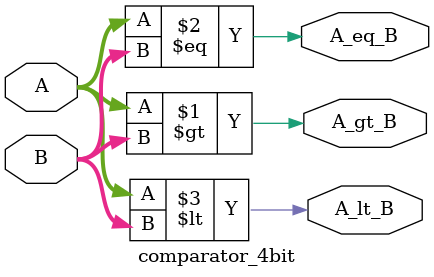
<source format=v>

module comparator_4bit (
    input  [3:0] A,
    input  [3:0] B,
    output       A_gt_B,
    output       A_eq_B,
    output       A_lt_B
);

assign A_gt_B = (A > B);
assign A_eq_B = (A == B);
assign A_lt_B = (A < B);

endmodule

</source>
